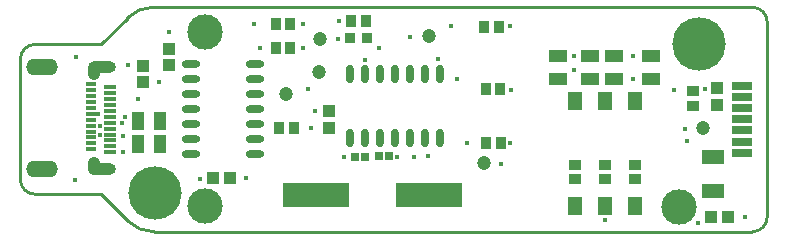
<source format=gts>
G04*
G04 #@! TF.GenerationSoftware,Altium Limited,Altium Designer,22.6.1 (34)*
G04*
G04 Layer_Color=8388736*
%FSLAX44Y44*%
%MOMM*%
G71*
G04*
G04 #@! TF.SameCoordinates,26C179CA-CC13-4C43-A1D0-6E6A4FA8EE50*
G04*
G04*
G04 #@! TF.FilePolarity,Negative*
G04*
G01*
G75*
%ADD15C,0.2540*%
%ADD32R,5.5762X2.0762*%
%ADD33R,0.9262X1.0262*%
%ADD34R,1.8162X0.7162*%
%ADD35R,0.9000X0.3700*%
%ADD36R,1.0000X0.3700*%
%ADD37C,1.2032*%
%ADD38O,0.6762X1.5762*%
%ADD39O,1.5762X0.6762*%
%ADD40R,1.0262X0.9262*%
%ADD41R,0.7362X0.6962*%
%ADD42R,1.8762X1.2262*%
%ADD43R,1.0762X1.5262*%
%ADD44R,0.8762X0.8762*%
%ADD45R,1.1762X1.5762*%
%ADD46C,3.0000*%
%ADD47R,1.0762X1.0762*%
%ADD48R,1.0762X1.0762*%
%ADD49R,1.5262X1.0762*%
%ADD50C,0.0762*%
%ADD51O,2.6762X1.3762*%
%ADD52O,2.3622X0.9652*%
%ADD53O,1.0668X1.5494*%
%ADD54C,4.5212*%
%ADD55C,0.4262*%
%ADD56C,0.3762*%
D15*
X627380Y145724D02*
G03*
X614680Y158424I-12700J0D01*
G01*
Y-31780D02*
G03*
X627380Y-19080I0J12700D01*
G01*
X86299Y-22800D02*
G03*
X107979Y-31780I21680J21680D01*
G01*
X107624Y158424D02*
G03*
X85943Y149443I0J-30661D01*
G01*
X63500Y-1D02*
G03*
X63500Y-0I0J0D01*
G01*
X63500Y-1D02*
G03*
X63500Y-0I0J0D01*
G01*
X-5080Y12700D02*
G03*
X7620Y0I12700J0D01*
G01*
Y127000D02*
G03*
X-5080Y114300I0J-12700D01*
G01*
X63500Y127000D02*
G03*
X63500Y127000I0J0D01*
G01*
X203110Y-31780D02*
X590505D01*
X193350Y158424D02*
X614680D01*
X590505Y-31780D02*
X614680D01*
X627380Y-19080D02*
Y145724D01*
X107979Y-31780D02*
X203110D01*
X63500Y-0D02*
X86299Y-22800D01*
X107624Y158424D02*
X193350D01*
X63500Y127000D02*
X85943Y149443D01*
X7620Y0D02*
X63500D01*
X-5080Y12700D02*
Y114300D01*
X7620Y127000D02*
X63500D01*
D32*
X245701Y-797D02*
D03*
X340701D02*
D03*
D33*
X287541Y147078D02*
D03*
X275041D02*
D03*
X214081Y56197D02*
D03*
X226581D02*
D03*
X387448Y141850D02*
D03*
X399948D02*
D03*
X389426Y43447D02*
D03*
X401926D02*
D03*
X388970Y88732D02*
D03*
X401470D02*
D03*
X223541Y144526D02*
D03*
X211041D02*
D03*
X223541Y123914D02*
D03*
X211041D02*
D03*
D34*
X605926Y92076D02*
D03*
Y82576D02*
D03*
Y73076D02*
D03*
Y63576D02*
D03*
Y54076D02*
D03*
Y44576D02*
D03*
Y35076D02*
D03*
D35*
X54882Y93092D02*
D03*
Y88092D02*
D03*
Y83092D02*
D03*
Y78092D02*
D03*
Y73092D02*
D03*
Y68092D02*
D03*
Y63092D02*
D03*
Y58092D02*
D03*
Y53092D02*
D03*
Y48092D02*
D03*
Y43092D02*
D03*
Y38092D02*
D03*
D36*
X70882Y35592D02*
D03*
Y40592D02*
D03*
Y45592D02*
D03*
Y50592D02*
D03*
Y55592D02*
D03*
Y60592D02*
D03*
Y65592D02*
D03*
Y70592D02*
D03*
Y75592D02*
D03*
Y80592D02*
D03*
Y85592D02*
D03*
Y90592D02*
D03*
D37*
X248216Y103416D02*
D03*
X220331Y84635D02*
D03*
X387236Y26278D02*
D03*
X249053Y131367D02*
D03*
X340868Y133894D02*
D03*
X573044Y55782D02*
D03*
D38*
X350059Y101416D02*
D03*
X337359D02*
D03*
X324659D02*
D03*
X311959D02*
D03*
X299259D02*
D03*
X286559D02*
D03*
X273859D02*
D03*
X350059Y47416D02*
D03*
X337359D02*
D03*
X324659D02*
D03*
X311959D02*
D03*
X299259D02*
D03*
X286559D02*
D03*
X273859D02*
D03*
D39*
X139878Y110035D02*
D03*
Y97335D02*
D03*
Y84635D02*
D03*
Y71935D02*
D03*
Y59235D02*
D03*
Y46535D02*
D03*
Y33835D02*
D03*
X193878Y110035D02*
D03*
Y97335D02*
D03*
Y84635D02*
D03*
Y71935D02*
D03*
Y59235D02*
D03*
Y46535D02*
D03*
Y33835D02*
D03*
D40*
X464652Y25124D02*
D03*
Y12624D02*
D03*
X564830Y74982D02*
D03*
Y87482D02*
D03*
X515452Y25124D02*
D03*
Y12624D02*
D03*
X490052Y25096D02*
D03*
Y12596D02*
D03*
D41*
X307422Y32161D02*
D03*
X298622D02*
D03*
X286859Y31851D02*
D03*
X278059D02*
D03*
D42*
X581404Y31786D02*
D03*
Y2786D02*
D03*
D43*
X113233Y62423D02*
D03*
X94233D02*
D03*
X113233Y42268D02*
D03*
X94233D02*
D03*
D44*
X273791Y132348D02*
D03*
X288791D02*
D03*
D45*
X515452Y-9670D02*
D03*
X490052D02*
D03*
X464652D02*
D03*
Y79330D02*
D03*
X490052D02*
D03*
X515452D02*
D03*
D46*
X552784Y-10424D02*
D03*
X151037Y137281D02*
D03*
Y-10353D02*
D03*
D47*
X120733Y109262D02*
D03*
Y123262D02*
D03*
X98733Y95012D02*
D03*
Y109012D02*
D03*
X256553Y70454D02*
D03*
Y56454D02*
D03*
X584708Y89886D02*
D03*
Y75886D02*
D03*
D48*
X594154Y-19080D02*
D03*
X580154D02*
D03*
X158128Y13554D02*
D03*
X172128D02*
D03*
D49*
X528750Y97933D02*
D03*
Y116933D02*
D03*
X497552Y116886D02*
D03*
Y97886D02*
D03*
X477265Y116824D02*
D03*
Y97824D02*
D03*
X449818Y116801D02*
D03*
Y97801D02*
D03*
D50*
X44532Y28342D02*
D03*
D51*
X13382Y107542D02*
D03*
Y21142D02*
D03*
D52*
X63882D02*
D03*
Y107542D02*
D03*
D53*
X57405Y24190D02*
D03*
Y104494D02*
D03*
D54*
X108733Y1062D02*
D03*
X569506Y126827D02*
D03*
D55*
X608329Y-19080D02*
D03*
X569080Y-24300D02*
D03*
X574555Y89254D02*
D03*
X409836Y43192D02*
D03*
X410384Y88458D02*
D03*
X409471Y142122D02*
D03*
X186173Y13531D02*
D03*
X62577Y57889D02*
D03*
X557410Y55633D02*
D03*
X61038Y68359D02*
D03*
X62567Y50346D02*
D03*
X83914Y65471D02*
D03*
X80750Y60509D02*
D03*
X193190Y143881D02*
D03*
X94233Y80592D02*
D03*
X197866Y123499D02*
D03*
X41283Y12092D02*
D03*
X81708Y35592D02*
D03*
X42524Y116262D02*
D03*
X559207Y45082D02*
D03*
X147378Y13047D02*
D03*
X548193Y88609D02*
D03*
X373291Y43282D02*
D03*
X514005Y97653D02*
D03*
X463399Y116777D02*
D03*
X490085Y-21553D02*
D03*
X463581Y105634D02*
D03*
X514005Y116886D02*
D03*
X401690Y25564D02*
D03*
X314247Y31905D02*
D03*
X328098Y31851D02*
D03*
X340500Y32498D02*
D03*
X348368Y114493D02*
D03*
X286512Y114032D02*
D03*
X120733Y137281D02*
D03*
X359918Y142604D02*
D03*
X240713Y56197D02*
D03*
X364938Y97203D02*
D03*
X268885Y31851D02*
D03*
X324649Y133168D02*
D03*
X264396Y147078D02*
D03*
X263863Y131367D02*
D03*
X238912Y88732D02*
D03*
X299063Y123750D02*
D03*
X85943Y109316D02*
D03*
X112285Y95012D02*
D03*
X82296Y49018D02*
D03*
D56*
X244391Y70454D02*
D03*
X234457Y123914D02*
D03*
X234570Y144526D02*
D03*
M02*

</source>
